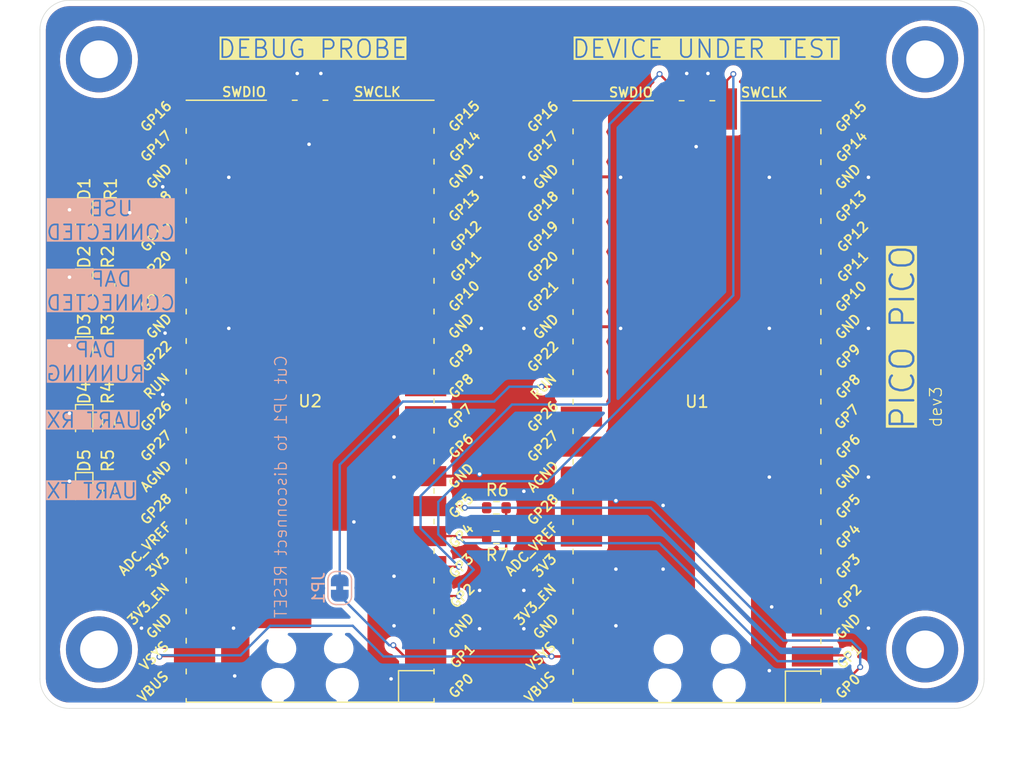
<source format=kicad_pcb>
(kicad_pcb
	(version 20240108)
	(generator "pcbnew")
	(generator_version "8.0")
	(general
		(thickness 1.6)
		(legacy_teardrops no)
	)
	(paper "A4")
	(title_block
		(title "Pico Pico")
		(date "2024-05-17")
		(rev "rev1")
		(company "Pigweed")
	)
	(layers
		(0 "F.Cu" signal)
		(31 "B.Cu" signal)
		(32 "B.Adhes" user "B.Adhesive")
		(33 "F.Adhes" user "F.Adhesive")
		(34 "B.Paste" user)
		(35 "F.Paste" user)
		(36 "B.SilkS" user "B.Silkscreen")
		(37 "F.SilkS" user "F.Silkscreen")
		(38 "B.Mask" user)
		(39 "F.Mask" user)
		(40 "Dwgs.User" user "User.Drawings")
		(41 "Cmts.User" user "User.Comments")
		(42 "Eco1.User" user "User.Eco1")
		(43 "Eco2.User" user "User.Eco2")
		(44 "Edge.Cuts" user)
		(45 "Margin" user)
		(46 "B.CrtYd" user "B.Courtyard")
		(47 "F.CrtYd" user "F.Courtyard")
		(48 "B.Fab" user)
		(49 "F.Fab" user)
		(50 "User.1" user)
		(51 "User.2" user)
		(52 "User.3" user)
		(53 "User.4" user)
		(54 "User.5" user)
		(55 "User.6" user)
		(56 "User.7" user)
		(57 "User.8" user)
		(58 "User.9" user)
	)
	(setup
		(stackup
			(layer "F.SilkS"
				(type "Top Silk Screen")
				(color "White")
			)
			(layer "F.Paste"
				(type "Top Solder Paste")
			)
			(layer "F.Mask"
				(type "Top Solder Mask")
				(color "Black")
				(thickness 0.01)
			)
			(layer "F.Cu"
				(type "copper")
				(thickness 0.035)
			)
			(layer "dielectric 1"
				(type "core")
				(color "FR4 natural")
				(thickness 1.51)
				(material "FR4")
				(epsilon_r 4.5)
				(loss_tangent 0.02)
			)
			(layer "B.Cu"
				(type "copper")
				(thickness 0.035)
			)
			(layer "B.Mask"
				(type "Bottom Solder Mask")
				(color "Black")
				(thickness 0.01)
			)
			(layer "B.Paste"
				(type "Bottom Solder Paste")
			)
			(layer "B.SilkS"
				(type "Bottom Silk Screen")
				(color "White")
			)
			(copper_finish "ENIG")
			(dielectric_constraints no)
		)
		(pad_to_mask_clearance 0)
		(allow_soldermask_bridges_in_footprints no)
		(aux_axis_origin 100 150)
		(grid_origin 100 150)
		(pcbplotparams
			(layerselection 0x00010fc_ffffffff)
			(plot_on_all_layers_selection 0x0000000_00000000)
			(disableapertmacros no)
			(usegerberextensions no)
			(usegerberattributes yes)
			(usegerberadvancedattributes yes)
			(creategerberjobfile yes)
			(dashed_line_dash_ratio 12.000000)
			(dashed_line_gap_ratio 3.000000)
			(svgprecision 4)
			(plotframeref no)
			(viasonmask no)
			(mode 1)
			(useauxorigin no)
			(hpglpennumber 1)
			(hpglpenspeed 20)
			(hpglpendiameter 15.000000)
			(pdf_front_fp_property_popups yes)
			(pdf_back_fp_property_popups yes)
			(dxfpolygonmode yes)
			(dxfimperialunits yes)
			(dxfusepcbnewfont yes)
			(psnegative no)
			(psa4output no)
			(plotreference yes)
			(plotvalue yes)
			(plotfptext yes)
			(plotinvisibletext no)
			(sketchpadsonfab no)
			(subtractmaskfromsilk no)
			(outputformat 1)
			(mirror no)
			(drillshape 1)
			(scaleselection 1)
			(outputdirectory "")
		)
	)
	(property "REVISION" "dev3")
	(net 0 "")
	(net 1 "unconnected-(U1-GPIO16-Pad21)")
	(net 2 "unconnected-(U1-GPIO11-Pad15)")
	(net 3 "GND")
	(net 4 "unconnected-(U1-GPIO10-Pad14)")
	(net 5 "unconnected-(U1-GPIO15-Pad20)")
	(net 6 "/DUT_UART_TX")
	(net 7 "unconnected-(U1-3V3-Pad36)")
	(net 8 "unconnected-(U1-GPIO22-Pad29)")
	(net 9 "unconnected-(U1-GPIO19-Pad25)")
	(net 10 "unconnected-(U1-GPIO12-Pad16)")
	(net 11 "/SWDIO")
	(net 12 "unconnected-(U1-3V3_EN-Pad37)")
	(net 13 "unconnected-(U1-GPIO28_ADC2-Pad34)")
	(net 14 "unconnected-(U1-GPIO27_ADC1-Pad32)")
	(net 15 "unconnected-(U1-GPIO17-Pad22)")
	(net 16 "unconnected-(U1-GPIO4-Pad6)")
	(net 17 "unconnected-(U1-GPIO7-Pad10)")
	(net 18 "unconnected-(U1-ADC_VREF-Pad35)")
	(net 19 "unconnected-(U1-VBUS-Pad40)")
	(net 20 "unconnected-(U1-GPIO5-Pad7)")
	(net 21 "unconnected-(U1-AGND-Pad33)")
	(net 22 "Net-(D1-A)")
	(net 23 "unconnected-(U1-GPIO26_ADC0-Pad31)")
	(net 24 "unconnected-(U1-GPIO9-Pad12)")
	(net 25 "unconnected-(U1-GPIO3-Pad5)")
	(net 26 "unconnected-(U1-GPIO8-Pad11)")
	(net 27 "VSYS")
	(net 28 "unconnected-(U1-GPIO18-Pad24)")
	(net 29 "Net-(D2-A)")
	(net 30 "/SWCLK")
	(net 31 "unconnected-(U1-GPIO2-Pad4)")
	(net 32 "unconnected-(U1-GPIO20-Pad26)")
	(net 33 "unconnected-(U1-GPIO14-Pad19)")
	(net 34 "unconnected-(U1-GPIO13-Pad17)")
	(net 35 "unconnected-(U1-GPIO6-Pad9)")
	(net 36 "/DUT_UART_RX")
	(net 37 "unconnected-(U1-GPIO21-Pad27)")
	(net 38 "unconnected-(U2-GPIO28_ADC2-Pad34)")
	(net 39 "unconnected-(U2-GPIO7-Pad10)")
	(net 40 "unconnected-(U2-GPIO0-Pad1)")
	(net 41 "unconnected-(U2-GPIO6-Pad9)")
	(net 42 "unconnected-(U2-GPIO11-Pad15)")
	(net 43 "unconnected-(U2-SWDIO-Pad43)")
	(net 44 "unconnected-(U2-RUN-Pad30)")
	(net 45 "unconnected-(U2-GPIO13-Pad17)")
	(net 46 "unconnected-(U2-GPIO12-Pad16)")
	(net 47 "unconnected-(U2-GPIO22-Pad29)")
	(net 48 "unconnected-(U2-AGND-Pad33)")
	(net 49 "unconnected-(U2-ADC_VREF-Pad35)")
	(net 50 "unconnected-(U2-GPIO27_ADC1-Pad32)")
	(net 51 "unconnected-(U2-3V3-Pad36)")
	(net 52 "Net-(D3-A)")
	(net 53 "unconnected-(U2-GPIO10-Pad14)")
	(net 54 "Net-(D4-A)")
	(net 55 "unconnected-(U2-GPIO26_ADC0-Pad31)")
	(net 56 "unconnected-(U2-SWCLK-Pad41)")
	(net 57 "Net-(D5-A)")
	(net 58 "Net-(JP1-B)")
	(net 59 "unconnected-(U2-VBUS-Pad40)")
	(net 60 "unconnected-(U2-3V3_EN-Pad37)")
	(net 61 "/RESET_N")
	(net 62 "unconnected-(U2-GPIO15-Pad20)")
	(net 63 "/USB_CONNECTED_LED")
	(net 64 "/DAP_CONNECTED_LED")
	(net 65 "/DAP_RUNNING_LED")
	(net 66 "unconnected-(U2-GPIO8-Pad11)")
	(net 67 "unconnected-(U2-GPIO14-Pad19)")
	(net 68 "/UART_RX_LED")
	(net 69 "/UART_TX_LED")
	(net 70 "unconnected-(U2-GPIO16-Pad21)")
	(net 71 "unconnected-(U2-GPIO9-Pad12)")
	(net 72 "unconnected-(H1-Pad1)")
	(net 73 "unconnected-(H2-Pad1)")
	(net 74 "unconnected-(H3-Pad1)")
	(net 75 "unconnected-(H4-Pad1)")
	(footprint "MountingHole:MountingHole_3.2mm_M3_DIN965_Pad" (layer "F.Cu") (at 175 145))
	(footprint "Resistor_SMD:R_0603_1608Metric" (layer "F.Cu") (at 105.825 108.5 -90))
	(footprint "Resistor_SMD:R_0603_1608Metric" (layer "F.Cu") (at 105.825 131.5 -90))
	(footprint "Resistor_SMD:R_0603_1608Metric" (layer "F.Cu") (at 138.675 133 180))
	(footprint "MountingHole:MountingHole_3.2mm_M3_DIN965_Pad" (layer "F.Cu") (at 105 95))
	(footprint "Resistor_SMD:R_0603_1608Metric" (layer "F.Cu") (at 105.825 114.25 -90))
	(footprint "Resistor_SMD:R_0603_1608Metric" (layer "F.Cu") (at 105.825 125.75 -90))
	(footprint "Fiducial:Fiducial_0.75mm_Mask1.5mm" (layer "F.Cu") (at 175 137.5))
	(footprint "Resistor_SMD:R_0603_1608Metric" (layer "F.Cu") (at 138.675 135.5 180))
	(footprint "Fiducial:Fiducial_0.75mm_Mask1.5mm" (layer "F.Cu") (at 105 137.5))
	(footprint "LED_SMD:LED_0603_1608Metric" (layer "F.Cu") (at 103.75 131.5 -90))
	(footprint "Resistor_SMD:R_0603_1608Metric" (layer "F.Cu") (at 105.825 120 -90))
	(footprint "LED_SMD:LED_0603_1608Metric" (layer "F.Cu") (at 103.75 108.5 -90))
	(footprint "LED_SMD:LED_0603_1608Metric" (layer "F.Cu") (at 103.75 120 -90))
	(footprint "MountingHole:MountingHole_3.2mm_M3_DIN965_Pad" (layer "F.Cu") (at 175 95))
	(footprint "MCU_RaspberryPi_and_Boards:RPi_Pico_SMD_only" (layer "F.Cu") (at 155.67 124.01 180))
	(footprint "MountingHole:MountingHole_3.2mm_M3_DIN965_Pad" (layer "F.Cu") (at 105 145))
	(footprint "LED_SMD:LED_0603_1608Metric" (layer "F.Cu") (at 103.75 125.75 -90))
	(footprint "Fiducial:Fiducial_0.75mm_Mask1.5mm" (layer "F.Cu") (at 175 102.5))
	(footprint "Fiducial:Fiducial_0.75mm_Mask1.5mm" (layer "F.Cu") (at 105 102.5))
	(footprint "MCU_RaspberryPi_and_Boards:RPi_Pico_SMD_only" (layer "F.Cu") (at 122.89 123.97 180))
	(footprint "LED_SMD:LED_0603_1608Metric" (layer "F.Cu") (at 103.75 114.25 -90))
	(footprint "Jumper:SolderJumper-2_P1.3mm_Bridged_RoundedPad1.0x1.5mm" (layer "B.Cu") (at 125.4 139.8 -90))
	(gr_arc
		(start 102.5 150)
		(mid 100.732233 149.267767)
		(end 100 147.5)
		(stroke
			(width 0.05)
			(type default)
		)
		(layer "Edge.Cuts")
		(uuid "0b4d1662-657b-4de2-ab02-dd76f9a47532")
	)
	(gr_arc
		(start 180 147.5)
		(mid 179.267767 149.267767)
		(end 177.5 150)
		(stroke
			(width 0.05)
			(type default)
		)
		(layer "Edge.Cuts")
		(uuid "181c36b0-979b-44f0-8c00-e3eaedb6798f")
	)
	(gr_line
		(start 177.5 90)
		(end 102.5 90)
		(stroke
			(width 0.05)
			(type default)
		)
		(layer "Edge.Cuts")
		(uuid "33f04510-e9bf-4a1f-bcd2-a46e020336cb")
	)
	(gr_line
		(start 102.5 150)
		(end 177.5 150)
		(stroke
			(width 0.05)
			(type default)
		)
		(layer "Edge.Cuts")
		(uuid "bdd7bc9e-611b-4fae-bfb1-5187aafe6d86")
	)
	(gr_arc
		(start 100 92.5)
		(mid 100.732233 90.732233)
		(end 102.5 90)
		(stroke
			(width 0.05)
			(type default)
		)
		(layer "Edge.Cuts")
		(uuid "d338793e-760d-46e7-82d3-9ca519274e2d")
	)
	(gr_line
		(start 100 92.5)
		(end 100 147.5)
		(stroke
			(width 0.05)
			(type default)
		)
		(layer "Edge.Cuts")
		(uuid "dc0d2a14-2914-4479-846b-6f6498e179b3")
	)
	(gr_line
		(start 180 147.5)
		(end 180 92.5)
		(stroke
			(width 0.05)
			(type default)
		)
		(layer "Edge.Cuts")
		(uuid "f36d761b-4c07-48cb-b5e9-7424856007c9")
	)
	(gr_arc
		(start 177.5 90)
		(mid 179.267767 90.732233)
		(end 180 92.5)
		(stroke
			(width 0.05)
			(type default)
		)
		(layer "Edge.Cuts")
		(uuid "fe50e32a-814b-40dd-8104-354c7c3d046e")
	)
	(gr_text "UART RX\n\n"
		(at 108.629763 128.334321 0)
		(layer "B.SilkS" knockout)
		(uuid "10f74473-42c6-4bb6-8638-96c644c230df")
		(effects
			(font
				(size 1.25 1.25)
				(thickness 0.15)
			)
			(justify left bottom mirror)
		)
	)
	(gr_text "DAP\nCONNECTED"
		(at 106 116.378107 0)
		(layer "B.SilkS" knockout)
		(uuid "15dbfb44-170d-436a-9646-61069816dccb")
		(effects
			(font
				(size 1.25 1.25)
				(thickness 0.15)
			)
			(justify bottom mirror)
		)
	)
	(gr_text "DAP\nRUNNING"
		(at 104.720239 122.356214 0)
		(layer "B.SilkS" knockout)
		(uuid "973937f0-4b23-4fb7-9b26-0428780cd49d")
		(effects
			(font
				(size 1.25 1.25)
				(thickness 0.15)
			)
			(justify bottom mirror)
		)
	)
	(gr_text "Cut JP1 to disconnect RESET"
		(at 121 120 90)
		(layer "B.SilkS")
		(uuid "ada4bdf8-cf74-44ce-aaa5-1707abcd1721")
		(effects
			(font
				(size 1 1)
				(thickness 0.1)
			)
			(justify left bottom mirror)
		)
	)
	(gr_text "UART TX\n"
		(at 108.332144 132.3 0)
		(layer "B.SilkS" knockout)
		(uuid "b931ff64-0b57-45d9-a650-e851555635a0")
		(effects
			(font
				(size 1.25 1.25)
				(thickness 0.15)
			)
			(justify left bottom mirror)
		)
	)
	(gr_text "USB\nCONNECTED"
		(at 106 110.4 0)
		(layer "B.SilkS" knockout)
		(uuid "ec34f313-14ae-4467-9841-4a9b81346c9c")
		(effects
			(font
				(size 1.25 1.25)
				(thickness 0.15)
			)
			(justify bottom mirror)
		)
	)
	(gr_text "DEBUG PROBE"
		(at 115 95 0)
		(layer "F.SilkS" knockout)
		(uuid "00b8baed-3a3d-4865-beaa-15a2789c1d52")
		(effects
			(font
				(size 1.5 1.5)
				(thickness 0.15)
			)
			(justify left bottom)
		)
	)
	(gr_text "PICO PICO\n"
		(at 174.25 126.5 90)
		(layer "F.SilkS" knockout)
		(uuid "c4114857-38ea-4fab-9c37-19e63d6ecf3c")
		(effects
			(font
				(size 2 2)
				(thickness 0.2)
			)
			(justify left bottom)
		)
	)
	(gr_text "${REVISION}"
		(at 176.5 126.25 90)
		(layer "F.SilkS")
		(uuid "db3ffac3-0ac3-4fd9-9f9d-a0bcfa62351d")
		(effects
			(font
				(size 1 1)
				(thickness 0.1)
			)
			(justify left bottom)
		)
	)
	(gr_text "DEVICE UNDER TEST"
		(at 145 95 0)
		(layer "F.SilkS" knockout)
		(uuid "ecd1e3f7-12d4-4450-a7e2-632fa527dd0d")
		(effects
			(font
				(size 1.5 1.5)
				(thickness 0.15)
			)
			(justify left bottom)
		)
	)
	(segment
		(start 103.75 107.7125)
		(end 102.5375 107.7125)
		(width 0.2032)
		(layer "F.Cu")
		(net 3)
		(uuid "15433d88-3e62-44a2-b2ee-b91c7f258431")
	)
	(segment
		(start 103.75 113.4625)
		(end 102.5 113.4625)
		(width 0.2032)
		(layer "F.Cu")
		(net 3)
		(uuid "29f9e7a0-990a-4f86-9098-93d0e5acefcc")
	)
	(segment
		(start 102.5375 107.7125)
		(end 102.5 107.75)
		(width 0.2032)
		(layer "F.Cu")
		(net 3)
		(uuid "500d8ee7-e0b7-4292-a2d6-592d99516c70")
	)
	(segment
		(start 102.5375 130.7125)
		(end 102.5 130.75)
		(width 0.2032)
		(layer "F.Cu")
		(net 3)
		(uuid "68cc9131-d3ec-4dca-bdec-5d96d06d7530")
	)
	(segment
		(start 102.5375 119.2125)
		(end 102.5 119.25)
		(width 0.2032)
		(layer "F.Cu")
		(net 3)
		(uuid "a674cf1c-9ac9-40e6-9939-f5a3006e08d2")
	)
	(segment
		(start 103.75 119.2125)
		(end 102.5375 119.2125)
		(width 0.2032)
		(layer "F.Cu")
		(net 3)
		(uuid "ab61cd97-9799-4252-a313-8585ca61938b")
	)
	(segment
		(start 102.5375 124.9625)
		(end 102.5 125)
		(width 0.2032)
		(layer "F.Cu")
		(net 3)
		(uuid "c0a16e91-c7c7-471e-914e-7f119a62da4e")
	)
	(segment
		(start 103.75 124.9625)
		(end 102.5375 124.9625)
		(width 0.2032)
		(layer "F.Cu")
		(net 3)
		(uuid "e7b4ed16-5273-4d14-832f-a6a9fc0a50e2")
	)
	(segment
		(start 103.75 130.7125)
		(end 102.5375 130.7125)
		(width 0.2032)
		(layer "F.Cu")
		(net 3)
		(uuid "f89912d0-f310-43c0-9f25-7f156e2bd5dd")
	)
	(via
		(at 110.4 123.4)
		(size 0.5)
		(drill 0.3)
		(layers "F.Cu" "B.Cu")
		(free yes)
		(net 3)
		(uuid "086dc06e-c279-4a4c-9d1b-977fca3aee13")
	)
	(via
		(at 141 143.25)
		(size 0.5)
		(drill 0.3)
		(layers "F.Cu" "B.Cu")
		(free yes)
		(net 3)
		(uuid "1e3d2bbd-e25d-4bba-af1e-e11b6d41091e")
	)
	(via
		(at 161.8 117.8)
		(size 0.5)
		(drill 0.3)
		(layers "F.Cu" "B.Cu")
		(free yes)
		(net 3)
		(uuid "238bff65-5616-4be3-80cd-fb40370a2e5d")
	)
	(via
		(at 122.8 102.2)
		(size 0.5)
		(drill 0.3)
		(layers "F.Cu" "B.Cu")
		(free yes)
		(net 3)
		(uuid "2879f81d-240f-424c-a5fd-f43230d1bdbe")
	)
	(via
		(at 137.25 140)
		(size 0.5)
		(drill 0.3)
		(layers "F.Cu" "B.Cu")
		(free yes)
		(net 3)
		(uuid "30c593d9-3917-4d47-9893-05de6320a574")
	)
	(via
		(at 152.8 132.8)
		(size 0.5)
		(drill 0.3)
		(layers "F.Cu" "B.Cu")
		(free yes)
		(net 3)
		(uuid "389d8358-2f4a-4026-b525-bc9a451a7c5e")
	)
	(via
		(at 141 131.604)
		(size 0.5)
		(drill 0.3)
		(layers "F.Cu" "B.Cu")
		(free yes)
		(net 3)
		(uuid "3c57a3dc-4bc6-4a40-8531-bc54b322c482")
	)
	(via
		(at 130 138.8)
		(size 0.5)
		(drill 0.3)
		(layers "F.Cu" "B.Cu")
		(free yes)
		(net 3)
		(uuid "45d232f1-f06d-4c36-b3e4-b7284d4c2869")
	)
	(via
		(at 108.6 143.2)
		(size 0.5)
		(drill 0.3)
		(layers "F.Cu" "B.Cu")
		(free yes)
		(net 3)
		(uuid "4829c5df-f35f-442e-83de-4670a920f0f7")
	)
	(via
		(at 148.8 132.396)
		(size 0.5)
		(drill 0.3)
		(layers "F.Cu" "B.Cu")
		(free yes)
		(net 3)
		(uuid "49ac3e09-e016-427b-9a88-847fff66b7bd")
	)
	(via
		(at 129.75 147.5)
		(size 0.5)
		(drill 0.3)
		(layers "F.Cu" "B.Cu")
		(free yes)
		(net 3)
		(uuid "4a25a816-900c-4710-96b8-8acaec13f78a")
	)
	(via
		(at 130 130.4)
		(size 0.5)
		(drill 0.3)
		(layers "F.Cu" "B.Cu")
		(free yes)
		(net 3)
		(uuid "4cfccecd-f0b6-49ef-8863-ee3c1ba600cf")
	)
	(via
		(at 152.8 138.2)
		(size 0.5)
		(drill 0.3)
		(layers "F.Cu" "B.Cu")
		(free yes)
		(net 3)
		(uuid "4e0bea81-fe1a-4ac5-8470-8e9736a07405")
	)
	(via
		(at 116 105)
		(size 0.5)
		(drill 0.3)
		(layers "F.Cu" "B.Cu")
		(free yes)
		(net 3)
		(uuid "4f5380e8-2a6c-4246-8ca1-8c47e32ea67e")
	)
	(via
		(at 149.2 117.8)
		(size 0.5)
		(drill 0.3)
		(layers "F.Cu" "B.Cu")
		(free yes)
		(net 3)
		(uuid "5155867b-1b48-4681-acb7-b2516135a207")
	)
	(via
		(at 154.8 96.2)
		(size 0.5)
		(drill 0.3)
		(layers "F.Cu" "B.Cu")
		(free yes)
		(net 3)
		(uuid "5216221d-c80a-47ee-9b4f-28918161ff77")
	)
	(via
		(at 116.4 143.2)
		(size 0.5)
		(drill 0.3)
		(layers "F.Cu" "B.Cu")
		(free yes)
		(net 3)
		(uuid "58bd52ef-a5bf-45bf-a2e6-02147c561be5")
	)
	(via
		(at 116.5 147.25)
		(size 0.5)
		(drill 0.3)
		(layers "F.Cu" "B.Cu")
		(free yes)
		(net 3)
		(uuid "6050f4fe-cc31-4a5e-9e2f-b63713479dd1")
	)
	(via
		(at 121.8 96.2)
		(size 0.5)
		(drill 0.3)
		(layers "F.Cu" "B.Cu")
		(free yes)
		(net 3)
		(uuid "6da83367-ab0a-41e3-96cb-aa24961bee9d")
	)
	(via
		(at 110.4 105.8)
		(size 0.5)
		(drill 0.3)
		(layers "F.Cu" "B.Cu")
		(free yes)
		(net 3)
		(uuid "737ca126-025f-4762-8e23-10de4916ae40")
	)
	(via
		(at 161.8 130.4)
		(size 0.5)
		(drill 0.3)
		(layers "F.Cu" "B.Cu")
		(free yes)
		(net 3)
		(uuid "77a6c6d2-64b0-427f-86a2-89eb19ebb9e3")
	)
	(via
		(at 102.5 107.75)
		(size 0.5)
		(drill 0.3)
		(layers "F.Cu" "B.Cu")
		(net 3)
		(uuid "8522b9ed-6efd-4b64-93df-3e2487786a66")
	)
	(via
		(at 149.2 105)
		(size 0.5)
		(drill 0.3)
		(layers "F.Cu" "B.Cu")
		(free yes)
		(net 3)
		(uuid "884d5b91-f16d-4d51-b1ff-0ebd8b2b56f5")
	)
	(via
		(at 102.5 119.25)
		(size 0.5)
		(drill 0.3)
		(layers "F.Cu" "B.Cu")
		(net 3)
		(uuid "89805216-f1e8-458f-a114-4cdda6532337")
	)
	(via
		(at 130 127)
		(size 0.5)
		(drill 0.3)
		(layers "F.Cu" "B.Cu")
		(free yes)
		(net 3)
		(uuid "8dc68a17-a16f-441b-9b6e-eabcf47956ab")
	)
	(via
		(at 141 105)
		(size 0.5)
		(drill 0.3)
		(layers "F.Cu" "B.Cu")
		(free yes)
		(net 3)
		(uuid "8ea4a1cd-ade5-43bc-97c2-b1984364172a")
	)
	(via
		(at 137.25 130.146)
		(size 0.5)
		(drill 0.3)
		(layers "F.Cu" "B.Cu")
		(free yes)
		(net 3)
		(uuid "9182df70-7824-474c-9f57-d7145dbd424f")
	)
	(via
		(at 102.5 113.4625)
		(size 0.5)
		(drill 0.3)
		(layers "F.Cu" "B.Cu")
		(net 3)
		(uuid "97be7b91-29c9-48c0-bcce-54f454417540")
	)
	(via
		(at 137.25 143.25)
		(size 0.5)
		(drill 0.3)
		(layers "F.Cu" "B.Cu")
		(free yes)
		(net 3)
		(uuid "999afdcf-0381-4692-8181-0705d48dbc62")
	)
	(via
		(at 130 143)
		(size 0.5)
		(drill 0.3)
		(layers "F.Cu" "B.Cu")
		(free yes)
		(net 3)
		(uuid "9bf2cc56-41bc-498c-b364-0a2590cd5aa2")
	)
	(via
		(at 137.4 105)
		(size 0.5)
		(drill 0.3)
		(layers "F.Cu" "B.Cu")
		(free yes)
		(net 3)
		(uuid "9e2b505f-7a6e-451e-807d-bddfae8cb307")
	)
	(via
		(at 162 141.4)
		(size 0.5)
		(drill 0.3)
		(layers "F.Cu" "B.Cu")
		(free yes)
		(net 3)
		(uuid "a26f0064-6fe2-4355-bb81-ac212ed2d433")
	)
	(via
		(at 148.8 138.2)
		(size 0.5)
		(drill 0.3)
		(layers "F.Cu" "B.Cu")
		(free yes)
		(net 3)
		(uuid "a44f1f68-ec95-4c19-b242-6cdb1de6c6f5")
	)
	(via
		(at 126.6 134.2)
		(size 0.5)
		(drill 0.3)
		(layers "F.Cu" "B.Cu")
		(free yes)
		(net 3)
		(uuid "aa567224-9163-443c-8d94-91858222ece8")
	)
	(via
		(at 170.2 143.2)
		(size 0.5)
		(drill 0.3)
		(layers "F.Cu" "B.Cu")
		(free yes)
		(net 3)
		(uuid "b85f634f-516a-4ecf-9531-1195ea314c99")
	)
	(via
		(at 110.6 118.2)
		(size 0.5)
		(drill 0.3)
		(layers "F.Cu" "B.Cu")
		(free yes)
		(net 3)
		(uuid "bae9a7e5-a136-41ef-88bf-7833385b2fd8")
	)
	(via
		(at 170.2 130.4)
		(size 0.5)
		(drill 0.3)
		(layers "F.Cu" "B.Cu")
		(free yes)
		(net 3)
		(uuid "bd67788b-9649-4337-bf4e-9a178b0aad75")
	)
	(via
		(at 161.8 105)
		(size 0.5)
		(drill 0.3)
		(layers "F.Cu" "B.Cu")
		(free yes)
		(net 3)
		(uuid "c046b57d-0fa3-4cf7-8182-eed6ab32ec39")
	)
	(via
		(at 102.5 125)
		(size 0.5)
		(drill 0.3)
		(layers "F.Cu" "B.Cu")
		(net 3)
		(uuid "c53928c3-0cdc-4047-a4aa-ef9a9c8924bc")
	)
	(via
		(at 102.5 130.75)
		(size 0.5)
		(drill 0.3)
		(layers "F.Cu" "B.Cu")
		(net 3)
		(uuid "c5641c64-0c8b-4e0d-9605-05cd72821f5f")
	)
	(via
		(at 170.2 105)
		(size 0.5)
		(drill 0.3)
		(layers "F.Cu" "B.Cu")
		(free yes)
		(net 3)
		(uuid "c834d625-6ee7-4a87-b2ec-598ee5797cb1")
	)
	(via
		(at 156.6 96.2)
		(size 0.5)
		(drill 0.3)
		(layers "F.Cu" "B.Cu")
		(free yes)
		(net 3)
		(uuid "cc13c06d-91c7-4066-a186-be759604dd7a")
	)
	(via
		(at 155.6 102.399998)
		(size 0.5)
		(drill 0.3)
		(layers "F.Cu" "B.Cu")
		(free yes)
		(net 3)
		(uuid "d9ae3889-5a6f-44ed-a183-6b785cbadd1a")
	)
	(via
		(at 107.6 108)
		(size 0.5)
		(drill 0.3)
		(layers "F.Cu" "B.Cu")
		(free yes)
		(net 3)
		(uuid "df0006fe-6780-4581-9546-244303b6230d")
	)
	(via
		(at 148.8 143)
		(size 0.5)
		(drill 0.3)
		(layers "F.Cu" "B.Cu")
		(free yes)
		(net 3)
		(uuid "e10bbf94-c1f6-4331-b949-e55eaca245d0")
	)
	(via
		(at 116 117.8)
		(size 0.5)
		(drill 0.3)
		(layers "F.Cu" "B.Cu")
		(free yes)
		(net 3)
		(uuid "e853517b-1b9d-4c14-bf0e-d656eb940f51")
	)
	(via
		(at 137.4 117.8)
		(size 0.5)
		(drill 0.3)
		(layers "F.Cu" "B.Cu")
		(free yes)
		(net 3)
		(uuid "f04bfc8d-7640-4d08-a1bf-456fadbfd974")
	)
	(via
		(at 141 140)
		(size 0.5)
		(drill 0.3)
		(layers "F.Cu" "B.Cu")
		(free yes)
		(net 3)
		(uuid "f582b529-1ccf-4841-9007-dc1a2121d78b")
	)
	(via
		(at 170.2 117.8)
		(size 0.5)
		(drill 0.3)
		(layers "F.Cu" "B.Cu")
		(free yes)
		(net 3)
		(uuid "f5fe82c2-779f-4a69-92c7-557f3faefa2f")
	)
	(via
		(at 123.8 96.2)
		(size 0.5)
		(drill 0.3)
		(layers "F.Cu" "B.Cu")
		(free yes)
		(net 3)
		(uuid "fa5b88d6-ecac-4b21-8add-c5269e2cb39d")
	)
	(via
		(at 141 117.8)
		(size 0.5)
		(drill 0.3)
		(layers "F.Cu" "B.Cu")
		(free yes)
		(net 3)
		(uuid "fb265c39-4a14-4a2e-bb9f-68968b42e08c")
	)
	(via
		(at 161.8 146.8)
		(size 0.5)
		(drill 0.3)
		(layers "F.Cu" "B.Cu")
		(free yes)
		(net 3)
		(uuid "fc59718e-c2e9-465b-ad81-d33dc4af6d41")
	)
	(segment
		(start 135.86 132.86)
		(end 136 133)
		(width 0.2)
		(layer "F.Cu")
		(net 6)
		(uuid "03dd6265-3814-43ea-8521-5540b355baec")
	)
	(segment
		(start 137.85 133)
		(end 136 133)
		(width 0.2)
		(layer "F.Cu")
		(net 6)
		(uuid "31984b6e-8045-472c-800d-ff61710f4195")
	)
	(segment
		(start 169.5 146.5)
		(end 167.86 148.14)
		(width 0.2032)
		(layer "F.Cu")
		(net 6)
		(uuid "5c68cc88-b9d9-40de-bb53-385e9412575b")
	)
	(segment
		(start 131.78 132.86)
		(end 135.86 132.86)
		(width 0.2)
		(layer "F.Cu")
		(net 6)
		(uuid "93b5482d-85b3-4609-b5f8-01ce620de740")
	)
	(segment
		(start 167.86 148.14)
		(end 164.56 148.14)
		(width 0.2032)
		(layer "F.Cu")
		(net 6)
		(uuid "9b1786bc-3b01-4fd6-9a06-89972a41510a")
	)
	(via
		(at 169.5 146.5)
		(size 0.5)
		(drill 0.3)
		(layers "F.Cu" "B.Cu")
		(net 6)
		(uuid "165a9db5-3b3a-4dcd-8f0f-1b8271eadc62")
	)
	(via
		(at 136 133)
		(size 0.5)
		(drill 0.3)
		(layers "F.Cu" "B.Cu")
		(net 6)
		(uuid "6733286c-ab42-4d29-b2db-45470df18620")
	)
	(segment
		(start 163 144.25)
		(end 168.75 144.25)
		(width 0.2032)
		(layer "B.Cu")
		(net 6)
		(uuid "37f6f6cb-9d66-4960-85f4-37da5eea077a")
	)
	(segment
		(start 169.5 145)
		(end 169.5 146.5)
		(width 0.2032)
		(layer "B.Cu")
		(net 6)
		(uuid "4424b674-4be9-414b-bcfb-36de4a91b020")
	)
	(segment
		(start 168.75 144.25)
		(end 169.5 145)
		(width 0.2032)
		(layer "B.Cu")
		(net 6)
		(uuid "81d6998f-061c-4c6d-895b-e95f538fc70c")
	)
	(segment
		(start 153 134.25)
		(end 163 144.25)
		(width 0.2032)
		(layer "B.Cu")
		(net 6)
		(uuid "dd3b1e64-b9ef-44f6-88a9-b0195c66f7ed")
	)
	(segment
		(start 136 133)
		(end 151.75 133)
		(width 0.2)
		(layer "B.Cu")
		(net 6)
		(uuid "f84cf729-1c62-4ba3-9d6e-8e3dce39c502")
	)
	(segment
		(start 151.75 133)
		(end 153 134.25)
		(width 0.2)
		(layer "B.Cu")
		(net 6)
		(uuid "ffc9c225-4b9c-44b6-b748-f7cb90ae7cb2")
	)
	(segment
		(start 153.13 96.88)
		(end 152.5 96.25)
		(width 0.2)
		(layer "F.Cu")
		(net 11)
		(uuid "1e81d2f4-9672-4bea-9f88-891befc06dd7")
	)
	(segment
		(start 131.78 137.94)
		(end 131.84 138)
		(width 0.2)
		(layer "F.Cu")
		(net 11)
		(uuid "3ce5a737-c442-4873-ba5c-fe20b1d2dc69")
	)
	(segment
		(start 153.13 100.11)
		(end 153.13 96.88)
		(width 0.2)
		(layer "F.Cu")
		(net 11)
		(uuid "5868e056-eb98-45bf-8f40-d0a41f19077c")
	)
	(segment
		(start 131.84 138)
		(end 135.5 138)
		(width 0.2)
		(layer "F.Cu")
		(net 11)
		(uuid "c7dcb102-d320-4b48-9ee2-5f1d6d056dee")
	)
	(via
		(at 135.5 138)
		(size 0.5)
		(drill 0.3)
		(layers "F.Cu" "B.Cu")
		(net 11)
		(uuid "7152e675-c8c4-4253-99e1-745509315134")
	)
	(via
		(at 152.5 96.25)
		(size 0.5)
		(drill 0.3)
		(layers "F.Cu" "B.Cu")
		(net 11)
		(uuid "f3476f15-4379-47c0-9da8-42e91d3cb22d")
	)
	(segment
		(start 148 124.25)
		(end 140 124.25)
		(width 0.2)
		(layer "B.Cu")
		(net 11)
		(uuid "2adb2084-b6e9-4535-a041-14f663a539b2")
	)
	(segment
		(start 148.25 100.5)
		(end 148.25 124)
		(width 0.2)
		(layer "B.Cu")
		(net 11)
		(uuid "30719e63-26b1-44cc-bb12-287a5679ab8f")
	)
	(segment
		(start 140 124.25)
		(end 132.25 132)
		(width 0.2)
		(layer "B.Cu")
		(net 11)
		(uuid "65129a6a-c53b-433f-98f8-9e81e290bf91")
	)
	(segment
		(start 152.5 96.25)
		(end 148.25 100.5)
		(width 0.2)
		(layer "B.Cu")
		(net 11)
		(uuid "713aaa4b-c6bf-47eb-abe9-0e51086bfcd4")
	)
	(segment
		(start 132.25 134.75)
		(end 135.5 138)
		(width 0.2)
		(layer "B.Cu")
		(net 11)
		(uuid "86046ec8-2908-4259-8a09-42584482db19")
	)
	(segment
		(start 132.25 132)
		(end 132.25 134.75)
		(width 0.2)
		(layer "B.Cu")
		(net 11)
		(uuid "b2d94668-4120-4510-84a8-53a0d90a9a70")
	)
	(segment
		(start 148.25 124)
		(end 148 124.25)
		(width 0.2)
		(layer "B.Cu")
		(net 11)
		(uuid "f09a544a-17f3-4542-985d-f21960bcd97b")
	)
	(segment
		(start 105.825 109.325)
		(end 103.7875 109.325)
		(width 0.2032)
		(layer "F.Cu")
		(net 22)
		(uuid "18f62038-588d-460f-a050-230f868f863a")
	)
	(segment
		(start 103.7875 109.325)
		(end 103.75 109.2875)
		(width 0.2032)
		(layer "F.Cu")
		(net 22)
		(uuid "5fe4a8ce-5b2e-49a9-be09-ace18d71efee")
	)
	(segment
		(start 143.35 145.6)
		(end 142 144.25)
		(width 0.2)
		(layer "F.Cu")
		(net 27)
		(uuid "0f3d0355-9102-48c3-aa10-18ffa3a70c4e")
	)
	(segment
		(start 110.19 145.56)
		(end 110.125 145.625)
		(width 0.2)
		(layer "F.Cu")
		(net 27)
		(uuid "3c90ba60-1cc2-488f-a653-5b9c3b7a19e5")
	)
	(segment
		(start 139.5 140)
		(end 139.5 135.5)
		(width 0.2)
		(layer "F.Cu")
		(net 27)
		(uuid "4121c5d3-fb13-451f-ad3d-8c2e4ec8318a")
	)
	(segment
		(start 146.78 145.6)
		(end 143.35 145.6)
		(width 0.2)
		(layer "F.Cu")
		(net 27)
		(uuid "57ded7ea-379a-4991-968d-7fcb86c928f1")
	)
	(segment
		(start 114 145.56)
		(end 110.19 145.56)
		(width 0.2)
		(layer "F.Cu")
		(net 27)
		(uuid "5dd3dc88-c5e2-46bd-93a0-ba76b0958fcc")
	)
	(segment
		(start 143.349995 145.6)
		(end 143.34999 145.600005)
		(width 0.2)
		(layer "F.Cu")
		(net 27)
		(uuid "629f43c5-13ef-4708-a56b-385204ea897e")
	)
	(segment
		(start 139.5 133)
		(end 139.5 135.5)
		(width 0.2)
		(layer "F.Cu")
		(net 27)
		(uuid "6d624dce-baed-4f19-9c15-e3451a0ced8b")
	)
	(segment
		(start 142 144.25)
		(end 142 142.5)
		(width 0.2)
		(layer "F.Cu")
		(net 27)
		(uuid "70e44e21-5456-4f5e-96e0-858137335d46")
	)
	(segment
		(start 142 142.5)
		(end 139.5 140)
		(width 0.2)
		(layer "F.Cu")
		(net 27)
		(uuid "8162ad16-da68-4cd5-bf7d-0bcc95bc1612")
	)
	(segment
		(start 146.78 145.6)
		(end 143.349995 145.6)
		(width 0.2)
		(layer "F.Cu")
		(net 27)
		(uuid "b870490b-0410-41e0-9723-9b5563f3f83b")
	)
	(via
		(at 110.125 145.625)
		(size 0.5)
		(drill 0.3)
		(layers "F.Cu" "B.Cu")
		(net 27)
		(uuid "cfb1e2a2-5f69-495b-8af7-549f3bd0e12e")
	)
	(via
		(at 143.34999 145.600005)
		(size 0.5)
		(drill 0.3)
		(layers "F.Cu" "B.Cu")
		(net 27)
		(uuid "dc20b0d2-273a-4a6b-9eb8-80962fa810df")
	)
	(segment
		(start 119.5 143)
		(end 126.5 143)
		(width 0.2)
		(layer "B.Cu")
		(net 27)
		(uuid "0cb840cc-f64e-4cef-b6f1-591ac9f2da57")
	)
	(segment
		(start 110.125 145.625)
		(end 110.25 145.5)
		(width 0.2)
		(layer "B.Cu")
		(net 27)
		(uuid "319b6285-5b54-40a5-a20e-ab0cf2145f6a")
	)
	(segment
		(start 117 145.5)
		(end 119.5 143)
		(width 0.2)
		(layer "B.Cu")
		(net 27)
		(uuid "806dee23-f628-4bec-8773-2a0feb298631")
	)
	(segment
		(start 126.5 143)
		(end 129.100005 145.600005)
		(width 0.2)
		(layer "B.Cu")
		(net 27)
		(uuid "ceba363a-257e-4c85-8068-530897b0a068")
	)
	(segment
		(start 129.100005 145.600005)
		(end 143.34999 145.600005)
		(width 0.2)
		(layer "B.Cu")
		(net 27)
		(uuid "e1478c2b-9011-4b6b-b543-302d2e11aa77")
	)
	(segment
		(start 110.25 145.5)
		(end 117 145.5)
		(width 0.2)
		(layer "B.Cu")
		(net 27)
		(uuid "f84017f7-266f-45b6-ae32-f89b022a991a")
	)
	(segment
		(start 105.825 115.075)
		(end 103.7875 115.075)
		(width 0.2032)
		(layer "F.Cu")
		(net 29)
		(uuid "82edcf64-c6d1-4e88-979d-b3ac2ae75ffa")
	)
	(segment
		(start 103.7875 115.075)
		(end 103.75 115.0375)
		(width 0.2032)
		(layer "F.Cu")
		(net 29)
		(uuid "e8c67e7f-aeed-46a8-8eec-8dbff9f0000e")
	)
	(segment
		(start 135.48 140.48)
		(end 135.5 140.5)
		(width 0.2)
		(layer "F.Cu")
		(net 30)
		(uuid "a86536c4-8859-4106-8b73-c4b5d04d04e2")
	)
	(segment
		(start 131.78 140.48)
		(end 135.48 140.48)
		(width 0.2)
		(layer "F.Cu")
		(net 30)
		(uuid "b7c720cf-3303-4dab-be42-2638e98b53b3")
	)
	(segment
		(start 158.21 100.11)
		(end 158.21 96.79)
		(width 0.2)
		(layer "F.Cu")
		(net 30)
		(uuid "bdf07642-5ee3-41c3-9ed5-e4ab6f14ac35")
	)
	(segment
		(start 158.21 96.79)
		(end 158.75 96.25)
		(width 0.2)
		(layer "F.Cu")
		(net 30)
		(uuid "c46c8311-47ca-4be9-a217-57c3273754ce")
	)
	(via
		(at 158.75 96.25)
		(size 0.5)
		(drill 0.3)
		(layers "F.Cu" "B.Cu")
		(net 30)
		(uuid "3406611a-db6c-4425-8471-8691491abe8c")
	)
	(via
		(at 135.5 140.5)
		(size 0.5)
		(drill 0.3)
		(layers "F.Cu" "B.Cu")
		(net 30)
		(uuid "c8ed1e1f-35a2-401d-8cf5-911fff5e7ce9")
	)
	(segment
		(start 135.5 130.75)
		(end 133.75 132.5)
		(width 0.2)
		(layer "B.Cu")
		(net 30)
		(uuid "56d07072-f333-440b-a083-05bd57f97c78")
	)
	(segment
		(start 136.75 138.25)
		(end 135.5 139.5)
		(width 0.2)
		(layer "B.Cu")
		(net 30)
		(uuid "68cf9081-df29-4347-865b-1dbb96c7d40c")
	)
	(segment
		(start 143 130.75)
		(end 135.5 130.75)
		(width 0.2)
		(layer "B.Cu")
		(net 30)
		(uuid "6daf4354-d774-4eb0-8939-ca17a2e8c76a")
	)
	(segment
		(start 135.5 139.5)
		(end 135.5 140.5)
		(width 0.2)
		(layer "B.Cu")
		(net 30)
		(uuid "7ce80079-291f-4745-adf0-571baa96adc0")
	)
	(segment
		(start 133.75 135.25)
		(end 136.75 138.25)
		(width 0.2)
		(layer "B.Cu")
		(net 30)
		(uuid "b245d7bd-404a-481c-b9dd-113534920ab0")
	)
	(segment
		(start 133.75 132.5)
		(end 133.75 135.25)
		(width 0.2)
		(layer "B.Cu")
		(net 30)
		(uuid "b69656b2-5c54-469e-bcab-299dabd5f260")
	)
	(segment
		(start 158.75 96.25)
		(end 158.75 115)
		(width 0.2)
		(layer "B.Cu")
		(net 30)
		(uuid "bd79c362-106f-4ec0-9548-07c876191716")
	)
	(segment
		(start 158.75 115)
		(end 143 130.75)
		(width 0.2)
		(layer "B.Cu")
		(net 30)
		(uuid "cbe14b03-4b71-4314-bc3d-71d6f3803afc")
	)
	(segment
		(start 164.66 145.5)
		(end 164.56 145.6)
		(width 0.2032)
		(layer "F.Cu")
		(net 36)
		(uuid "31e683a8-55be-4e6b-b9ac-663ca771cbd0")
	)
	(segment
		(start 131.78 135.4)
		(end 135.4 135.4)
		(width 0.2)
		(layer "F.Cu")
		(net 36)
		(uuid "3c6256db-3299-4c36-a027-d138b43792cc")
	)
	(segment
		(start 168.5 145.5)
		(end 164.66 145.5)
		(width 0.2032)
		(layer "F.Cu")
		(net 36)
		(uuid "4f67681b-9860-452c-8560-d2ba6ef390c6")
	)
	(segment
		(start 135.4 135.4)
		(end 135.5 135.5)
		(width 0.2)
		(layer "F.Cu")
		(net 36)
		(uuid "8071a5c2-3d7b-4475-9c0a-aa506a4cc034")
	)
	(segment
		(start 137.85 135.5)
		(end 135.5 135.5)
		(width 0.2)
		(layer "F.Cu")
		(net 36)
		(uuid "de9ae3d9-7fbe-4650-8da7-eee20fa35438")
	)
	(via
		(at 168.5 145.5)
		(size 0.5)
		(drill 0.3)
		(layers "F.Cu" "B.Cu")
		(net 36)
		(uuid "43c4553f-29d7-4537-8994-4f7e03ed0c1f")
	)
	(via
		(at 135.5 135.5)
		(size 0.5)
		(drill 0.3)
		(layers "F.Cu" "B.Cu")
		(net 36)
		(uuid "cc228658-97e2-4c85-b711-59d088325242")
	)
	(segment
		(start 163 146)
		(end 162.5 146)
		(width 0.2032)
		(layer "B.Cu")
		(net 36)
		(uuid "2dd3ff9a-2a85-4947-a1bf-a188c82d4645")
	)
	(segment
		(start 136 136)
		(end 135.5 135.5)
		(width 0.2032)
		(layer "B.Cu")
		(net 36)
		(uuid "3f8edfb5-c3cb-42c9-bc3e-80829eaa3746")
	)
	(segment
		(start 163 146)
		(end 168 146)
		(width 0.2032)
		(layer "B.Cu")
		(net 36)
		(uuid "672fce9b-d8aa-4f27-b19b-9d7db67d8e33")
	)
	(segment
		(start 162.5 146)
		(end 152.5 136)
		(width 0.2032)
		(layer "B.Cu")
		(net 36)
		(uuid "78745903-3f2f-4893-90d4-2f96854bf01e")
	)
	(segment
		(start 152.5 136)
		(end 136 136)
		(width 0.2032)
		(layer "B.Cu")
		(net 36)
		(uuid "d578a7cf-62fc-4c91-a42a-3a685ca4e581")
	)
	(segment
		(start 168 146)
		(end 168.5 145.5)
		(width 0.2032)
		(layer "B.Cu")
		(net 36)
		(uuid "e51012c9-54d5-48dc-92c3-6d2c1ca31d04")
	)
	(segment
		(start 105.825 120.825)
		(end 103.7875 120.825)
		(width 0.2032)
		(layer "F.Cu")
		(net 52)
		(uuid "13d7bb94-f65c-47cb-a7ab-81c1e80fb784")
	)
	(segment
		(start 103.7875 120.825)
		(end 103.75 120.7875)
		(width 0.2032)
		(layer "F.Cu")
		(net 52)
		(uuid "79bc00c5-f7ba-4786-ad83-7f280f775510")
	)
	(segment
		(start 105.825 126.575)
		(end 103.7875 126.575)
		(width 0.2032)
		(layer "F.Cu")
		(net 54)
		(uuid "4eb607b5-4cbf-43dd-99af-242c6653bc71")
	)
	(segment
		(start 103.7875 126.575)
		(end 103.75 126.5375)
		(width 0.2032)
		(layer "F.Cu")
		(net 54)
		(uuid "5a4d1900-c309-45bc-b438-cbeac94f3326")
	)
	(segment
		(start 105.825 132.325)
		(end 103.7875 132.325)
		(width 0.2032)
		(layer "F.Cu")
		(net 57)
		(uuid "bc6ab6d7-8ce7-4312-afe4-698f9419e486")
	)
	(segment
		(start 103.7875 132.325)
		(end 103.75 132.2875)
		(width 0.2032)
		(layer "F.Cu")
		(net 57)
		(uuid "c311a41e-4fa1-4833-8c02-826628bedc40")
	)
	(segment
		(start 130.854 145.56)
		(end 129.94 144.646)
		(width 0.2)
		(layer "F.Cu")
		(net 58)
		(uuid "4a145a46-5442-4ca2-9d8a-72a533e24da2")
	)
	(segment
		(start 131.78 145.56)
		(end 130.854 145.56)
		(width 0.2)
		(layer "F.Cu")
		(net 58)
		(uuid "ec18d8f5-1bac-49a1-9e1b-0a66090f3cb2")
	)
	(via
		(at 129.94 144.646)
		(size 0.5)
		(drill 0.3)
		(layers "F.Cu" "B.Cu")
		(net 58)
		(uuid "daaddc68-44ba-4417-9c48-bd458527196d")
	)
	(segment
		(start 129.596 144.646)
		(end 129.94 144.646)
		(width 0.2032)
		(layer "B.Cu")
		(net 58)
		(uuid "5800f8d0-1eb8-4afa-8481-8f5305584f73")
	)
	(segment
		(start 125.4 140.45)
		(end 129.596 144.646)
		(width 0.2032)
		(layer "B.Cu")
		(net 58)
		(uuid "6a4ea805-e27e-49b6-8b33-e866de5ed96b")
	)
	(segment
		(start 146.78 122.74)
		(end 142.5 122.74)
		(width 0.2)
		(layer "F.Cu")
		(net 61)
		(uuid "45b7bd8b-39cc-47f7-96a9-7f1382d62bad")
	)
	(via
		(at 142.5 122.74)
		(size 0.5)
		(drill 0.3)
		(layers "F.Cu" "B.Cu")
		(net 61)
		(uuid "aad8c6df-000c-4319-b276-574712a8b5fb")
	)
	(segment
		(start 138.5 124)
		(end 139.76 122.74)
		(width 0.2032)
		(layer "B.Cu")
		(net 61)
		(uuid "5bdba28d-85e2-41f4-bbb4-cb4a7366db0c")
	)
	(segment
		(start 130.75 124)
		(end 138.5 124)
		(width 0.2032)
		(layer "B.Cu")
		(net 61)
		(uuid "78365c7c-ff25-4b8a-b10e-e343329ab3e6")
	)
	(segment
		(start 139.76 122.74)
		(end 142.5 122.74)
		(width 0.2032)
		(layer "B.Cu")
		(net 61)
		(uuid "c39cdcb0-494e-4265-98d3-a2d32e47c7ce")
	)
	(segment
		(start 125.4 129.35)
		(end 130.75 124)
		(width 0.2032)
		(layer "B.Cu")
		(net 61)
		(uuid "c6227e2d-c425-4854-b444-92f962fc7a2b")
	)
	(segment
		(start 125.4 139.15)
		(end 125.4 129.35)
		(width 0.2032)
		(layer "B.Cu")
		(net 61)
		(uuid "ef8fb445-412c-4b17-ae47-dfc6b5f3e3d8")
	)
	(segment
		(start 105.825 107.675)
		(end 111.12 102.38)
		(width 0.2032)
		(layer "F.Cu")
		(net 63)
		(uuid "04c49583-d66a-4e61-96b8-07c3d29e44a3")
	)
	(segment
		(start 111.12 102.38)
		(end 114 102.38)
		(width 0.2032)
		(layer "F.Cu")
		(net 63)
		(uuid "d57ceba5-3eb8-4b6d-ab94-aa2c0d5d9c7a")
	)
	(segment
		(start 105.825 111.925)
		(end 110.29 107.46)
		(width 0.2032)
		(layer "F.Cu")
		(net 64)
		(uuid "0e7e2c93-1c47-40ae-ba8e-e216ca2ea04e")
	)
	(segment
		(start 110.29 107.46)
		(end 114 107.46)
		(width 0.2032)
		(layer "F.Cu")
		(net 64)
		(uuid "3c53e73d-d4c8-4f58-b965-f8ba030f1a7c")
	)
	(segment
		(start 105.825 113.425)
		(end 105.825 111.925)
		(width 0.2032)
		(layer "F.Cu")
		(net 64)
		(uuid "da3a7e61-b62b-42a7-aa6d-10451e6d3640")
	)
	(segment
		(start 110.25 110)
		(end 107.25 113)
		(width 0.2032)
		(layer "F.Cu")
		(net 65)
		(uuid "0dbfdac8-4798-431f-89b3-8797d5cc3582")
	)
	(segment
		(start 107.25 113)
		(end 107.25 116.25)
		(width 0.2032)
		(layer "F.Cu")
		(net 65)
		(uuid "1a8efdc3-fbbd-4c25-a1a8-45f77c02f133")
	)
	(segment
		(start 105.825 117.675)
		(end 105.825 119.175)
		(width 0.2032)
		(layer "F.Cu")
		(net 65)
		(uuid "7409d69b-fa97-4b48-a245-e32d77a8ba4a")
	)
	(segment
		(start 107.25 116.25)
		(end 105.825 117.675)
		(width 0.2032)
		(layer "F.Cu")
		(net 65)
		(uuid "7d31fda8-c913-4f93-b419-9c14f752da67")
	)
	(segment
		(start 114 110)
		(end 110.25 110)
		(width 0.2032)
		(layer "F.Cu")
		(net 65)
		(uuid "bc60f88f-f572-4896-b0a0-704b72e43fe6")
	)
	(segment
		(start 108.5 114.25)
		(end 108.5 121)
		(width 0.2032)
		(layer "F.Cu")
		(net 68)
		(uuid "37ee4ae9-2fb8-44e1-8944-5f07a4ae44d9")
	)
	(segment
		(start 110.21 112.54)
		(end 108.5 114.25)
		(width 0.2032)
		(layer "F.Cu")
		(net 68)
		(uuid "39711253-cb11-4db8-a13a-33b0b2421239")
	)
	(segment
		(start 105.825 123.675)
		(end 105.825 124.925)
		(width 0.2032)
		(layer "F.Cu")
		(net 68)
		(uuid "3f54e077-04d9-4c54-9cc1-ebbcfef99c68")
	)
	(segment
		(start 108.5 121)
		(end 105.825 123.675)
		(width 0.2032)
		(layer "F.Cu")
		(net 68)
		(uuid "47f04828-6712-40cd-ab69-27fbb7a99e6a")
	)
	(segment
		(start 114 112.54)
		(end 110.21 112.54)
		(width 0.2032)
		(layer "F.Cu")
		(net 68)
		(uuid "9adda93a-4ad1-4cfb-b93d-89169228e564")
	)
	(segment
		(start 114 115.08)
		(end 110.17 115.08)
		(width 0.2032)
		(layer "F.Cu")
		(net 69)
		(uuid "72b984a1-e21d-4a0f-841e-f483fec4db11")
	)
	(segment
		(start 109.5 125.75)
		(end 105.825 129.425)
		(width 0.2032)
		(layer "F.Cu")
		(net 69)
		(uuid "a3ff0a7e-7266-4342-ab1a-349a0bc285f2")
	)
	(segment
		(start 105.825 129.425)
		(end 105.825 130.675)
		(width 0.2032)
		(layer "F.Cu")
		(net 69)
		(uuid "b34900e1-e9ac-496e-ac65-be412b0b6de4")
	)
	(segment
		(start 109.5 115.75)
		(end 109.5 125.75)
		(width 0.2032)
		(layer "F.Cu")
		(net 69)
		(uuid "d496a212-16c0-472b-8e21-4165c8adf389")
	)
	(segment
		(start 110.17 115.08)
		(end 109.5 115.75)
		(width 0.2032)
		(layer "F.Cu")
		(net 69)
		(uuid "eb632ebb-d926-4384-874d-9ebf10fc97fe")
	)
	(zone
		(net 0)
		(net_name "")
		(layer "F.Cu")
		(uuid "4930908f-0bbe-4025-be47-be74f3cd0db0")
		(name "keepout")
		(hatch edge 0.5)
		(connect_pads
			(clearance 0)
		)
		(min_thickness 0.25)
		(filled_areas_thickness no)
		(keepout
			(tracks not_allowed)
			(vias allowed)
			(pads allowed)
			(copperpour not_allowed)
			(footprints allowed)
		)
		(fill
			(thermal_gap 0.5)
			(thermal_bridge_width 0.25)
		)
		(polygon
			(pts
				(xy 127.75 149.95) (xy 127.75 134.95) (xy 123 134.95) (xy 123 143.2) (xy 117.75 143.2) (xy 117.75 149.95)
			)
		)
	)
	(zone
		(net 0)
		(net_name "")
		(layer "F.Cu")
		(uuid "8c626f85-a957-42cb-9444-4bc176359557")
		(name "keepout")
		(hatch edge 0.5)
		(connect_pads
			(clearance 0)
		)
		(min_thickness 0.25)
		(filled_areas_thickness no)
		(keepout
			(tracks not_allowed)
			(vias allowed)
			(pads allowed)
			(copperpour not_allowed)
			(footprints allowed)
		)
		(fill
			(thermal_gap 0.5)
			(thermal_bridge_width 0.25)
		)
		(polygon
			(pts
				(xy 160.25 150) (xy 160.25 135) (xy 155.5 135) (xy 155.5 143.25) (xy 150.25 143.25) (xy 150.25 150)
			)
		)
	)
	(zone
		(net 3)
		(net_name "GND")
		(layers "F&B.Cu")
		(uuid "117e64b8-7b1a-4bc1-bb74-55d25f68ceb5")
		(hatch edge 0.5)
		(connect_pads
			(clearance 0.5)
		)
		(min_thickness 0.25)
		(filled_areas_thickness no)
		(fill yes
			(thermal_gap 0.5)
			(thermal_bridge_width 0.25)
			(smoothing fillet)
			(radius 0.25)
		)
		(polygon
			(pts
				(xy 100 90) (xy 180 90) (xy 180 150) (xy 100 150)
			)
		)
		(filled_polygon
			(layer "F.Cu")
			(pts
				(xy 177.504043 90.500765) (xy 177.752895 90.517075) (xy 177.768953 90.51919) (xy 177.976105 90.560395)
				(xy 178.009535 90.567045) (xy 178.025202 90.571243) (xy 178.194947 90.628863) (xy 178.257481 90.650091)
				(xy 178.272458 90.656294) (xy 178.481799 90.759529) (xy 178.49246 90.764787) (xy 178.506508 90.772897)
				(xy 178.710464 90.909177) (xy 178.723328 90.919048) (xy 178.907749 91.080781) (xy 178.919218 91.09225)
				(xy 179.080951 91.276671) (xy 179.090825 91.289539) (xy 179.227102 91.493492) (xy 179.235212 91.507539)
				(xy 179.343702 91.727534) (xy 179.349909 91.74252) (xy 179.428756 91.974797) (xy 179.432954 91.990464)
				(xy 179.480807 92.231035) (xy 179.482925 92.247116) (xy 179.499235 92.495956) (xy 179.4995 92.504066)
				(xy 179.4995 147.495933) (xy 179.499235 147.504043) (xy 179.482925 147.752883) (xy 179.480807 147.768964)
				(xy 179.432954 148.009535) (xy 179.428756 148.025202) (xy 179.349909 148.257479) (xy 179.343702 148.272465)
				(xy 179.235212 148.49246) (xy 179.227102 148.506507) (xy 179.090825 148.71046) (xy 179.080951 148.723328)
				(xy 178.919218 148.907749) (xy 178.907749 148.919218) (xy 178.723328 149.080951) (xy 178.71046 149.090825)
				(xy 178.506507 149.227102) (xy 178.49246 149.235212) (xy 178.272465 149.343702) (xy 178.257479 149.349909)
				(xy 178.025202 149.428756) (xy 178.009535 149.432954) (xy 177.768964 149.480807) (xy 177.752883 149.482925)
				(xy 177.504043 149.499235) (xy 177.495933 149.4995) (xy 167.701515 149.4995) (xy 167.634476 149.479815)
				(xy 167.588721 149.427011) (xy 167.578777 149.357853) (xy 167.602248 149.301189) (xy 167.653796 149.232331)
				(xy 167.704091 149.097483) (xy 167.7105 149.037873) (xy 167.7105 148.8661) (xy 167.730185 148.799061)
				(xy 167.782989 148.753306) (xy 167.8345 148.7421) (xy 167.939266 148.7421) (xy 167.939268 148.7421)
				(xy 168.092402 148.701067) (xy 168.229698 148.6218) (xy 168.3418 148.509698) (xy 169.57779 147.273706)
				(xy 169.639111 147.240223) (xy 169.651575 147.23817) (xy 169.668059 147.236313) (xy 169.82769 147.180456)
				(xy 169.827692 147.180454) (xy 169.827694 147.180454) (xy 169.827697 147.180452) (xy 169.970884 147.090481)
				(xy 169.970885 147.09048) (xy 169.97089 147.090477) (xy 170.090477 146.97089) (xy 170.139762 146.892454)
				(xy 170.180452 146.827697) (xy 170.180454 146.827694) (xy 170.180454 146.827692) (xy 170.180456 146.82769)
				(xy 170.236313 146.668059) (xy 170.236313 146.668058) (xy 170.236314 146.668056) (xy 170.255249 146.500002)
				(xy 170.255249 146.499997) (xy 170.236314 146.331943) (xy 170.186816 146.190486) (xy 170.180456 146.17231)
				(xy 170.180455 146.172309) (xy 170.180454 146.172305) (xy 170.180452 146.172302) (xy 170.090481 146.029115)
				(xy 170.090476 146.029109) (xy 169.97089 145.909523) (xy 169.970884 145.909518) (xy 169.827697 145.819547)
				(xy 169.827694 145.819545) (xy 169.668056 145.763685) (xy 169.500003 145.744751) (xy 169.499996 145.744751)
				(xy 169.378683 145.758419) (xy 169.309861 145.746364) (xy 169.258482 145.699015) (xy 169.240858 145.631405)
				(xy 169.24158 145.621315) (xy 169.255249 145.500002) (xy 169.255249 145.499997) (xy 169.236314 145.331943)
				(xy 169.180454 145.172305) (xy 169.180452 145.172302) (xy 169.090481 145.029115) (xy 169.090476 145.029109)
				(xy 169.061364 144.999997) (xy 171.694652 144.999997) (xy 171.694652 145.000002) (xy 171.714028 145.357368)
				(xy 171.714029 145.357385) (xy 171.771926 145.710539) (xy 171.771932 145.710565) (xy 171.867672 146.055392)
				(xy 171.867674 146.055399) (xy 172.000142 146.38787) (xy 172.000151 146.387888) (xy 172.167784 146.704077)
				(xy 172.167787 146.704082) (xy 172.167789 146.704085) (xy 172.303545 146.904311) (xy 172.368634 147.000309)
				(xy 172.368641 147.000319) (xy 172.593998 147.265629) (xy 172.600332 147.273086) (xy 172.860163 147.519211)
				(xy 173.145081 147.7358) (xy 173.451747 147.920315) (xy 173.451749 147.920316) (xy 173.451751 147.920317)
				(xy 173.451755 147.920319) (xy 173.678458 148.025202) (xy 173.776565 148.070591) (xy 174.115726 148.184868)
				(xy 174.465254 148.261805) (xy 174.821052 148.3005) (xy 174.821058 148.3005) (xy 175.178942 148.3005)
				(xy 175.178948 148.3005) (xy 175.534746 148.261805) (xy 175.884274 148.184868) (xy 176.223435 148.070591)
				(xy 176.548253 147.920315) (xy 176.854919 147.7358) (xy 177.139837 147.519211) (xy 177.399668 147.273086)
				(xy 177.631365 147.000311) (xy 177.832211 146.704085) (xy 177.999853 146.38788) (xy 178.132324 146.055403)
				(xy 178.228071 145.710552) (xy 178.269648 145.456943) (xy 178.28597 145.357385) (xy 178.28597 145.357382)
				(xy 178.285972 145.357371) (xy 178.305348 145) (xy 178.285972 144.642629) (xy 178.285953 144.642516)
				(xy 178.228073 144.28946) (xy 178.228072 144.289459) (xy 178.228071 144.289448) (xy 178.178828 144.112089)
				(xy 178.132327 143.944607) (xy 178.132325 143.9446) (xy 178.121664 143.917844) (xy 177.999853 143.61212)
				(xy 177.832211 143.295915) (xy 177.631365 142.999689) (xy 177.631361 142.999684) (xy 177.631358 142.99968)
				(xy 177.399668 142.726914) (xy 177.254136 142.589059) (xy 177.139837 142.480789) (xy 177.13983 142.480783)
				(xy 177.139827 142.480781) (xy 177.072245 142.429407) (xy 176.854919 142.2642) (xy 176.548253 142.079685)
				(xy 176.548252 142.079684) (xy 176.548248 142.079682) (xy 176.548244 142.07968) (xy 176.223447 141.929414)
				(xy 176.223441 141.929411) (xy 176.223435 141.929409) (xy 176.031472 141.864729) (xy 175.884273 141.815131)
				(xy 175.534744 141.738194) (xy 175.178949 141.6995) (xy 175.178948 141.6995) (xy 174.821052 141.6995)
				(xy 174.82105 141.6995) (xy 174.465255 141.738194) (xy 174.115726 141.815131) (xy 173.85997 141.901306)
				(xy 173.776565 141.929409) (xy 173.776563 141.92941) (xy 173.776552 141.929414) (xy 173.451755 142.07968)
				(xy 173.451751 142.079682) (xy 173.223367 142.217096) (xy 173.145081 142.2642) (xy 173.056768 142.331333)
				(xy 172.860172 142.480781) (xy 172.860163 142.480789) (xy 172.600331 142.726914) (xy 172.368641 142.99968)
				(xy 172.368634 142.99969) (xy 172.16779 143.295913) (xy 172.167784 143.295922) (xy 172.000151 143.612111)
				(xy 172.000142 143.612129) (xy 171.867674 143.9446) (xy 171.867672 143.944607) (xy 171.771932 144.289434)
				(xy 171.771926 144.28946) (xy 171.714029 144.642614) (xy 171.714028 144.642627) (xy 171.714028 144.642629)
				(xy 171.710803 144.702116) (xy 171.694652 144.999997) (xy 169.061364 144.999997) (xy 168.97089 144.909523)
				(xy 168.970884 144.909518) (xy 168.827697 144.819547) (xy 168.827694 144.819545) (xy 168.668056 144.763685)
				(xy 168.500003 144.744751) (xy 168.499997 144.744751) (xy 168.331943 144.763685) (xy 168.172306 144.819545)
				(xy 168.077857 144.878893) (xy 168.011884 144.8979) (xy 167.834499 144.8979) (xy 167.76746 144.878215)
				(xy 167.721705 144.825411) (xy 167.710499 144.7739) (xy 167.710499 144.702129) (xy 167.710498 144.702123)
				(xy 167.710497 144.702116) (xy 167.704103 144.642629) (xy 167.704091 144.642516) (xy 167.653797 144.507671)
				(xy 167.653795 144.507668) (xy 167.631543 144.477943) (xy 167.576109 144.403893) (xy 167.551692 144.33843)
				(xy 167.566543 144.270157) (xy 167.57611 144.255271) (xy 167.653352 144.152089) (xy 167.653354 144.152086)
				(xy 167.703596 144.017379) (xy 167.703598 144.017372) (xy 167.709999 143.957844) (xy 167.71 143.957827)
				(xy 167.71 143.185) (xy 163.21 143.185) (xy 163.21 143.957844) (xy 163.216401 144.017372) (xy 163.216403 144.017379)
				(xy 163.266645 144.152086) (xy 163.266646 144.152088) (xy 163.34389 144.255272) (xy 163.368307 144.320736)
				(xy 163.353456 144.389009) (xy 163.34389 144.403894) (xy 163.266204 144.507669) (xy 163.266202 144.507671)
				(xy 163.215908 144.642517) (xy 163.209501 144.702116) (xy 163.209501 144.702123) (xy 163.2095 144.702135)
				(xy 163.2095 146.49787) (xy 163.209501 146.497876) (xy 163.215908 146.557483) (xy 163.266202 146.692328)
				(xy 163.266203 146.69233) (xy 163.266204 146.692331) (xy 163.324777 146.770575) (xy 163.343578 146.795689)
				(xy 163.367995 146.861153) (xy 163.353144 146.929426) (xy 163.343578 146.944311) (xy 163.266203 147.047669)
				(xy 163.266202 147.047671) (xy 163.215908 147.182517) (xy 163.209705 147.240223) (xy 163.209501 147.242123)
				(xy 163.2095 147.242135) (xy 163.2095 149.03787) (xy 163.209501 149.037876) (xy 163.215908 149.097483)
				(xy 163.266202 149.232328) (xy 163.266204 149.232331) (xy 163.317751 149.301189) (xy 163.342169 149.366652)
				(xy 163.327318 149.434925) (xy 163.277913 149.484331) (xy 163.218485 149.4995) (xy 160.374 149.4995)
				(xy 160.306961 149.479815) (xy 160.261206 149.427011) (xy 160.25 149.3755) (xy 160.25 135) (xy 155.5 135)
				(xy 155.5 143.126) (xy 155.480315 143.193039) (xy 155.427511 143.238794) (xy 155.376 143.25) (xy 150.25 143.25)
				(xy 150.25 149.3755) (xy 150.230315 149.442539) (xy 150.177511 149.488294) (xy 150.126 149.4995)
				(xy 148.121515 149.4995) (xy 148.054476 149.479815) (xy 148.008721 149.427011) (xy 147.998777 149.357853)
				(xy 148.022248 149.301189) (xy 148.073796 149.232331) (xy 148.124091 149.097483) (xy 148.1305 149.037873)
				(xy 148.130499 147.
... [172639 chars truncated]
</source>
